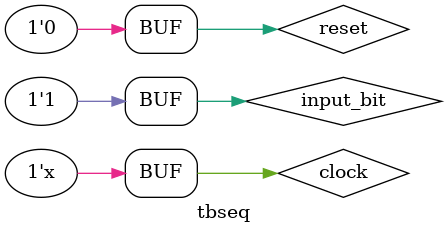
<source format=v>
module tbseq;
reg reset;
reg clock=0;
reg input_bit;
wire output_indicator;
wire [2:0]present_state;
seqdetc uut(clock,reset,input_bit,output_indicator,present_state);
always #5 clock=~clock;
initial begin
reset=1;#7;
reset=0;input_bit=1;#3;
input_bit=0;#10;
input_bit=1;#10;
input_bit=0;#10;
input_bit=1;#10;
input_bit=0;#10;
input_bit=1;#10;
input_bit=0;#10;
input_bit=1;#10;
input_bit=0;#10;
input_bit=1;#10;
end
endmodule

</source>
